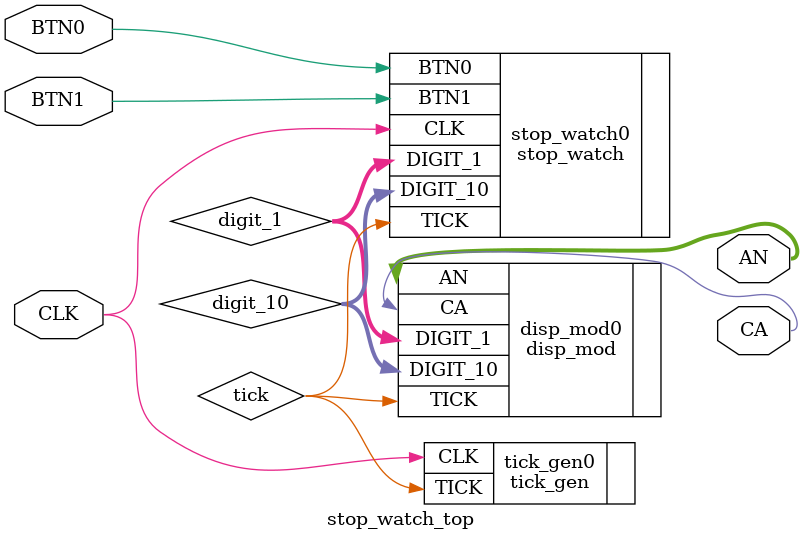
<source format=v>
`timescale 1ns / 1ps

module stop_watch_top(
    input CLK,
    input BTN0,
    input BTN1,
    output CA,
    output [6:0] AN
    );
    parameter CLK_FREQ =125_000_000;

    wire tick;
    wire [3:0] digit_10,digit_1;
    
stop_watch stop_watch0(
    .CLK(CLK),
    .BTN0(BTN0),
    .BTN1(BTN1),
    .TICK(tick),
    .DIGIT_10(digit_10),
    .DIGIT_1(digit_1)
    );   

disp_mod disp_mod0(
	.TICK(tick),  // 100ms tick
    .DIGIT_1(digit_1), 
    .DIGIT_10(digit_10),
	.CA(CA),
    .AN(AN)
    );

tick_gen #(.CLK_FREQ(CLK_FREQ)) tick_gen0(
    .CLK(CLK),
    .TICK(tick)
    );
endmodule

</source>
